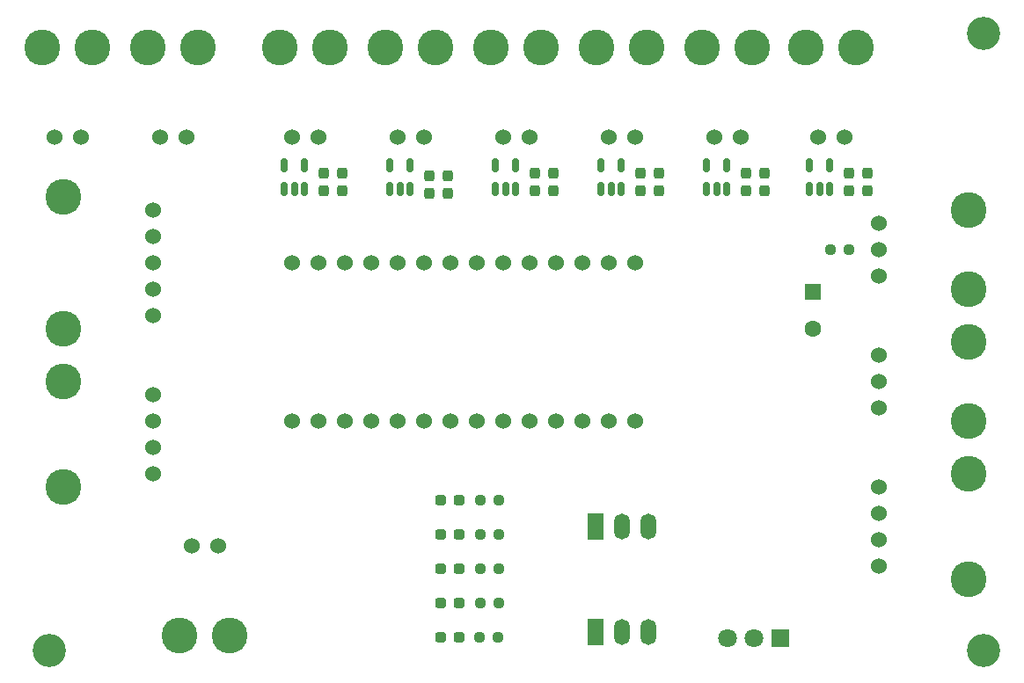
<source format=gts>
G04 #@! TF.GenerationSoftware,KiCad,Pcbnew,7.0.7*
G04 #@! TF.CreationDate,2024-02-27T11:48:22-06:00*
G04 #@! TF.ProjectId,ControlBoard_Hardware,436f6e74-726f-46c4-926f-6172645f4861,rev?*
G04 #@! TF.SameCoordinates,Original*
G04 #@! TF.FileFunction,Soldermask,Top*
G04 #@! TF.FilePolarity,Negative*
%FSLAX46Y46*%
G04 Gerber Fmt 4.6, Leading zero omitted, Abs format (unit mm)*
G04 Created by KiCad (PCBNEW 7.0.7) date 2024-02-27 11:48:22*
%MOMM*%
%LPD*%
G01*
G04 APERTURE LIST*
G04 Aperture macros list*
%AMRoundRect*
0 Rectangle with rounded corners*
0 $1 Rounding radius*
0 $2 $3 $4 $5 $6 $7 $8 $9 X,Y pos of 4 corners*
0 Add a 4 corners polygon primitive as box body*
4,1,4,$2,$3,$4,$5,$6,$7,$8,$9,$2,$3,0*
0 Add four circle primitives for the rounded corners*
1,1,$1+$1,$2,$3*
1,1,$1+$1,$4,$5*
1,1,$1+$1,$6,$7*
1,1,$1+$1,$8,$9*
0 Add four rect primitives between the rounded corners*
20,1,$1+$1,$2,$3,$4,$5,0*
20,1,$1+$1,$4,$5,$6,$7,0*
20,1,$1+$1,$6,$7,$8,$9,0*
20,1,$1+$1,$8,$9,$2,$3,0*%
G04 Aperture macros list end*
%ADD10RoundRect,0.237500X0.237500X-0.300000X0.237500X0.300000X-0.237500X0.300000X-0.237500X-0.300000X0*%
%ADD11RoundRect,0.150000X0.150000X-0.512500X0.150000X0.512500X-0.150000X0.512500X-0.150000X-0.512500X0*%
%ADD12C,3.450000*%
%ADD13C,1.524000*%
%ADD14RoundRect,0.237500X-0.287500X-0.237500X0.287500X-0.237500X0.287500X0.237500X-0.287500X0.237500X0*%
%ADD15RoundRect,0.237500X0.250000X0.237500X-0.250000X0.237500X-0.250000X-0.237500X0.250000X-0.237500X0*%
%ADD16R,1.800000X1.800000*%
%ADD17C,1.800000*%
%ADD18R,1.500000X2.500000*%
%ADD19O,1.500000X2.500000*%
%ADD20RoundRect,0.237500X-0.250000X-0.237500X0.250000X-0.237500X0.250000X0.237500X-0.250000X0.237500X0*%
%ADD21C,3.200000*%
%ADD22R,1.600000X1.600000*%
%ADD23C,1.600000*%
G04 APERTURE END LIST*
D10*
X148336000Y-54075500D03*
X148336000Y-52350500D03*
D11*
X152974000Y-53842500D03*
X153924000Y-53842500D03*
X154874000Y-53842500D03*
X154874000Y-51567500D03*
X152974000Y-51567500D03*
D12*
X172845000Y-40255000D03*
X177673000Y-40259000D03*
D13*
X173990000Y-48895000D03*
X176530000Y-48895000D03*
D14*
X157875000Y-90424000D03*
X159625000Y-90424000D03*
D12*
X121539000Y-82550000D03*
X121539000Y-72390000D03*
D13*
X130175000Y-81280000D03*
X130175000Y-78740000D03*
X130175000Y-76200000D03*
X130175000Y-73660000D03*
D15*
X163472500Y-90424000D03*
X161647500Y-90424000D03*
D12*
X183005000Y-40255000D03*
X187833000Y-40259000D03*
D13*
X184150000Y-48895000D03*
X186690000Y-48895000D03*
D14*
X157875000Y-87122000D03*
X159625000Y-87122000D03*
D12*
X208684500Y-68580000D03*
X208684500Y-76200000D03*
D13*
X200048500Y-69850000D03*
X200048500Y-72390000D03*
X200048500Y-74930000D03*
D15*
X163472500Y-83820000D03*
X161647500Y-83820000D03*
D10*
X197104000Y-54075500D03*
X197104000Y-52350500D03*
X178816000Y-54075500D03*
X178816000Y-52350500D03*
D16*
X190510000Y-97150000D03*
D17*
X187970000Y-97150000D03*
X185430000Y-97150000D03*
D15*
X163472500Y-93726000D03*
X161647500Y-93726000D03*
D10*
X198882000Y-54075500D03*
X198882000Y-52350500D03*
D12*
X162685000Y-40255000D03*
X167513000Y-40259000D03*
D13*
X163830000Y-48895000D03*
X166370000Y-48895000D03*
D12*
X129665000Y-40255000D03*
X134493000Y-40259000D03*
D13*
X130810000Y-48895000D03*
X133350000Y-48895000D03*
D11*
X173294000Y-53842500D03*
X174244000Y-53842500D03*
X175194000Y-53842500D03*
X175194000Y-51567500D03*
X173294000Y-51567500D03*
D12*
X208684500Y-81280000D03*
X208684500Y-91440000D03*
D13*
X200048500Y-82550000D03*
X200048500Y-85090000D03*
X200048500Y-87630000D03*
X200048500Y-90170000D03*
D10*
X146558000Y-54075500D03*
X146558000Y-52350500D03*
D18*
X172720000Y-96520000D03*
D19*
X175260000Y-96520000D03*
X177800000Y-96520000D03*
D10*
X187198000Y-54075500D03*
X187198000Y-52350500D03*
D11*
X142814000Y-53842500D03*
X143764000Y-53842500D03*
X144714000Y-53842500D03*
X144714000Y-51567500D03*
X142814000Y-51567500D03*
D10*
X168656000Y-54075500D03*
X168656000Y-52350500D03*
D12*
X119505000Y-40255000D03*
X124333000Y-40259000D03*
D13*
X120650000Y-48895000D03*
X123190000Y-48895000D03*
D18*
X172720000Y-86360000D03*
D19*
X175260000Y-86360000D03*
X177800000Y-86360000D03*
D12*
X142365000Y-40255000D03*
X147193000Y-40259000D03*
D13*
X143510000Y-48895000D03*
X146050000Y-48895000D03*
D20*
X195326000Y-59690000D03*
X197151000Y-59690000D03*
D21*
X120142000Y-98298000D03*
X210058000Y-98298000D03*
D10*
X158496000Y-54329500D03*
X158496000Y-52604500D03*
X156718000Y-54329500D03*
X156718000Y-52604500D03*
D14*
X157875000Y-83820000D03*
X159625000Y-83820000D03*
D11*
X183454000Y-53842500D03*
X184404000Y-53842500D03*
X185354000Y-53842500D03*
X185354000Y-51567500D03*
X183454000Y-51567500D03*
D10*
X188976000Y-54075500D03*
X188976000Y-52350500D03*
D14*
X157875000Y-93726000D03*
X159625000Y-93726000D03*
D10*
X177038000Y-54075500D03*
X177038000Y-52350500D03*
D14*
X157875000Y-97028000D03*
X159625000Y-97028000D03*
D21*
X210058000Y-38862000D03*
D15*
X163472500Y-87122000D03*
X161647500Y-87122000D03*
D12*
X208684500Y-55880000D03*
X208684500Y-63500000D03*
D13*
X200048500Y-57150000D03*
X200048500Y-59690000D03*
X200048500Y-62230000D03*
D12*
X192988698Y-40255000D03*
X197816698Y-40259000D03*
D13*
X194133698Y-48895000D03*
X196673698Y-48895000D03*
D12*
X121539000Y-67310000D03*
X121539000Y-54610000D03*
D13*
X130175000Y-66040000D03*
X130175000Y-63500000D03*
X130175000Y-60960000D03*
X130175000Y-58420000D03*
X130175000Y-55880000D03*
D11*
X163134000Y-53842500D03*
X164084000Y-53842500D03*
X165034000Y-53842500D03*
X165034000Y-51567500D03*
X163134000Y-51567500D03*
X193360000Y-53842500D03*
X194310000Y-53842500D03*
X195260000Y-53842500D03*
X195260000Y-51567500D03*
X193360000Y-51567500D03*
D22*
X193698500Y-63810000D03*
D23*
X193698500Y-67310000D03*
D12*
X137543000Y-96905000D03*
X132715000Y-96901000D03*
D13*
X136398000Y-88265000D03*
X133858000Y-88265000D03*
X146050000Y-76200000D03*
X148590000Y-76200000D03*
X151130000Y-76200000D03*
X153670000Y-76200000D03*
X156210000Y-76200000D03*
X158750000Y-76200000D03*
X161290000Y-76200000D03*
X163830000Y-76200000D03*
X166370000Y-76200000D03*
X168910000Y-76200000D03*
X171450000Y-76200000D03*
X173990000Y-76200000D03*
X176530000Y-76200000D03*
X176530000Y-60960000D03*
X173990000Y-60960000D03*
X171450000Y-60960000D03*
X168910000Y-60960000D03*
X166370000Y-60960000D03*
X163830000Y-60960000D03*
X161290000Y-60960000D03*
X158750000Y-60960000D03*
X156210000Y-60960000D03*
X153670000Y-60960000D03*
X151130000Y-60960000D03*
X143510000Y-76200000D03*
X146050000Y-60960000D03*
X148590000Y-60960000D03*
X143510000Y-60960000D03*
D15*
X163386500Y-97028000D03*
X161561500Y-97028000D03*
D12*
X152525000Y-40255000D03*
X157353000Y-40259000D03*
D13*
X153670000Y-48895000D03*
X156210000Y-48895000D03*
D10*
X166878000Y-54075500D03*
X166878000Y-52350500D03*
M02*

</source>
